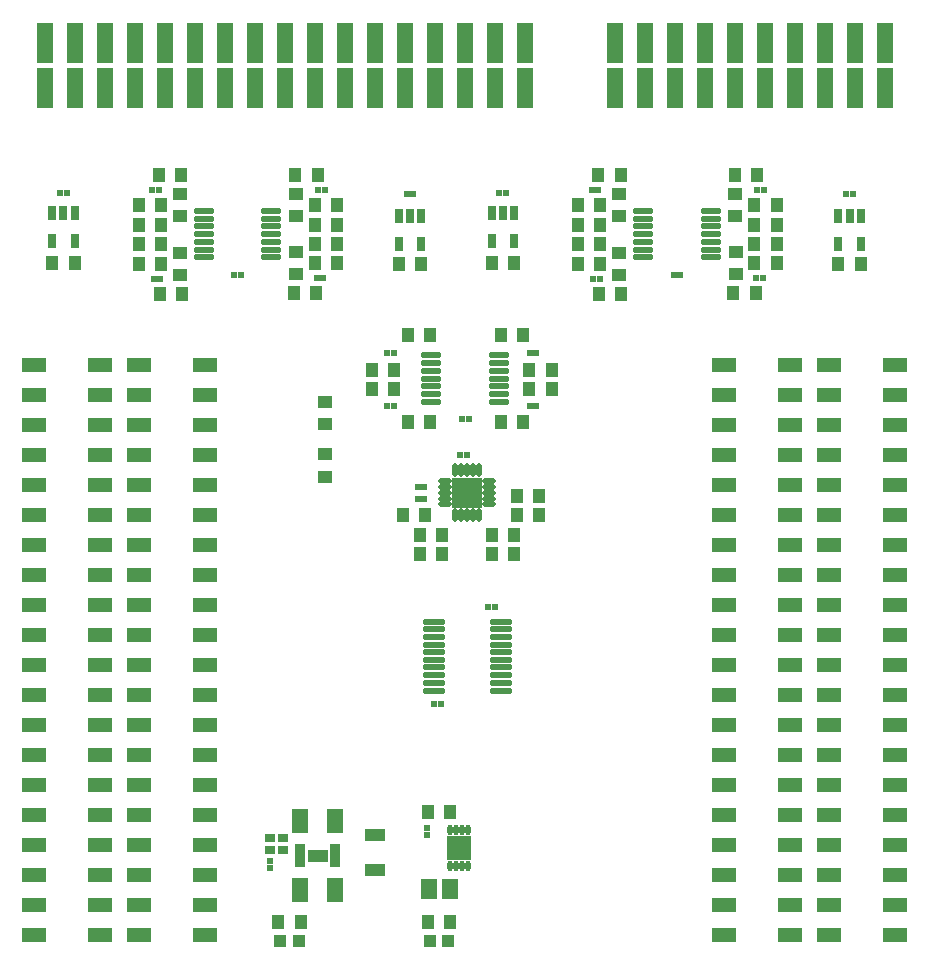
<source format=gts>
%FSLAX23Y23*%
%MOIN*%
G70*
G01*
G75*
G04 Layer_Color=8388736*
%ADD10R,0.050X0.125*%
%ADD11R,0.072X0.039*%
%ADD12O,0.061X0.014*%
%ADD13R,0.024X0.043*%
%ADD14O,0.037X0.010*%
%ADD15O,0.010X0.037*%
%ADD16R,0.094X0.094*%
%ADD17O,0.067X0.014*%
%ADD18O,0.010X0.028*%
%ADD19R,0.075X0.071*%
%ADD20R,0.028X0.012*%
%ADD21R,0.059X0.035*%
%ADD22R,0.035X0.039*%
%ADD23R,0.039X0.035*%
%ADD24R,0.026X0.022*%
%ADD25R,0.031X0.031*%
%ADD26R,0.063X0.031*%
%ADD27R,0.014X0.013*%
%ADD28R,0.045X0.057*%
%ADD29R,0.013X0.014*%
%ADD30R,0.045X0.071*%
%ADD31C,0.010*%
%ADD32C,0.030*%
%ADD33C,0.025*%
%ADD34R,0.101X0.030*%
%ADD35R,0.110X0.070*%
%ADD36R,0.054X0.168*%
%ADD37R,0.032X0.129*%
%ADD38C,0.028*%
%ADD39C,0.030*%
%ADD40C,0.026*%
%ADD41C,0.040*%
%ADD42C,0.048*%
G04:AMPARAMS|DCode=43|XSize=50mil|YSize=50mil|CornerRadius=0mil|HoleSize=0mil|Usage=FLASHONLY|Rotation=0.000|XOffset=0mil|YOffset=0mil|HoleType=Round|Shape=Relief|Width=10mil|Gap=6mil|Entries=4|*
%AMTHD43*
7,0,0,0.050,0.038,0.010,45*
%
%ADD43THD43*%
G04:AMPARAMS|DCode=44|XSize=44.992mil|YSize=44.992mil|CornerRadius=0mil|HoleSize=0mil|Usage=FLASHONLY|Rotation=0.000|XOffset=0mil|YOffset=0mil|HoleType=Round|Shape=Relief|Width=10mil|Gap=6mil|Entries=4|*
%AMTHD44*
7,0,0,0.045,0.033,0.010,45*
%
%ADD44THD44*%
%ADD45C,0.043*%
%ADD46O,0.026X0.010*%
%ADD47O,0.010X0.026*%
%ADD48R,0.102X0.102*%
%ADD49C,0.020*%
%ADD50C,0.024*%
%ADD51C,0.010*%
%ADD52C,0.008*%
%ADD53C,0.004*%
%ADD54C,0.004*%
%ADD55C,0.006*%
%ADD56R,0.750X0.150*%
%ADD57R,0.058X0.133*%
%ADD58R,0.080X0.047*%
%ADD59O,0.069X0.022*%
%ADD60R,0.029X0.048*%
%ADD61O,0.045X0.018*%
%ADD62O,0.018X0.045*%
%ADD63R,0.102X0.102*%
%ADD64O,0.075X0.022*%
%ADD65O,0.018X0.036*%
%ADD66R,0.083X0.079*%
%ADD67R,0.036X0.020*%
%ADD68R,0.067X0.043*%
%ADD69R,0.043X0.047*%
%ADD70R,0.047X0.043*%
%ADD71R,0.034X0.030*%
%ADD72R,0.039X0.039*%
%ADD73R,0.071X0.039*%
%ADD74R,0.022X0.021*%
%ADD75R,0.053X0.065*%
%ADD76R,0.021X0.022*%
%ADD77R,0.053X0.079*%
D57*
X-3400Y1175D02*
D03*
X-3300D02*
D03*
X-3100D02*
D03*
X-3200D02*
D03*
X-2800D02*
D03*
X-2700D02*
D03*
X-2900D02*
D03*
X-3000D02*
D03*
X-2200D02*
D03*
X-2100D02*
D03*
X-1900D02*
D03*
X-2000D02*
D03*
X-2400D02*
D03*
X-2300D02*
D03*
X-2500D02*
D03*
X-2600D02*
D03*
X-1800D02*
D03*
Y1325D02*
D03*
X-2600D02*
D03*
X-2500D02*
D03*
X-2300D02*
D03*
X-2400D02*
D03*
X-2000D02*
D03*
X-1900D02*
D03*
X-2100D02*
D03*
X-2200D02*
D03*
X-3000D02*
D03*
X-2900D02*
D03*
X-2700D02*
D03*
X-2800D02*
D03*
X-3200D02*
D03*
X-3100D02*
D03*
X-3300D02*
D03*
X-3400D02*
D03*
X-1500D02*
D03*
X-1400D02*
D03*
X-1200D02*
D03*
X-1300D02*
D03*
X-900D02*
D03*
X-800D02*
D03*
X-1000D02*
D03*
X-1100D02*
D03*
X-600D02*
D03*
X-700D02*
D03*
Y1175D02*
D03*
X-600D02*
D03*
X-1100D02*
D03*
X-1000D02*
D03*
X-800D02*
D03*
X-900D02*
D03*
X-1300D02*
D03*
X-1200D02*
D03*
X-1400D02*
D03*
X-1500D02*
D03*
D58*
X-3435Y250D02*
D03*
Y150D02*
D03*
Y-50D02*
D03*
Y50D02*
D03*
Y-350D02*
D03*
Y-450D02*
D03*
Y-250D02*
D03*
Y-150D02*
D03*
Y-950D02*
D03*
Y-1050D02*
D03*
Y-1250D02*
D03*
Y-1150D02*
D03*
Y-750D02*
D03*
Y-850D02*
D03*
Y-650D02*
D03*
Y-550D02*
D03*
Y-1550D02*
D03*
Y-1650D02*
D03*
Y-1450D02*
D03*
Y-1350D02*
D03*
X-3215D02*
D03*
Y-1450D02*
D03*
Y-1650D02*
D03*
Y-1550D02*
D03*
Y-550D02*
D03*
Y-650D02*
D03*
Y-850D02*
D03*
Y-750D02*
D03*
Y-1150D02*
D03*
Y-1250D02*
D03*
Y-1050D02*
D03*
Y-950D02*
D03*
Y-150D02*
D03*
Y-250D02*
D03*
Y-450D02*
D03*
Y-350D02*
D03*
Y50D02*
D03*
Y-50D02*
D03*
Y150D02*
D03*
Y250D02*
D03*
X-785D02*
D03*
Y150D02*
D03*
Y-50D02*
D03*
Y50D02*
D03*
Y-350D02*
D03*
Y-450D02*
D03*
Y-250D02*
D03*
Y-150D02*
D03*
Y-950D02*
D03*
Y-1050D02*
D03*
Y-1250D02*
D03*
Y-1150D02*
D03*
Y-750D02*
D03*
Y-850D02*
D03*
Y-650D02*
D03*
Y-550D02*
D03*
Y-1550D02*
D03*
Y-1650D02*
D03*
Y-1450D02*
D03*
Y-1350D02*
D03*
X-565D02*
D03*
Y-1450D02*
D03*
Y-1650D02*
D03*
Y-1550D02*
D03*
Y-550D02*
D03*
Y-650D02*
D03*
Y-850D02*
D03*
Y-750D02*
D03*
Y-1150D02*
D03*
Y-1250D02*
D03*
Y-1050D02*
D03*
Y-950D02*
D03*
Y-150D02*
D03*
Y-250D02*
D03*
Y-450D02*
D03*
Y-350D02*
D03*
Y50D02*
D03*
Y-50D02*
D03*
Y150D02*
D03*
Y250D02*
D03*
X-3085D02*
D03*
Y150D02*
D03*
Y-50D02*
D03*
Y50D02*
D03*
Y-350D02*
D03*
Y-450D02*
D03*
Y-250D02*
D03*
Y-150D02*
D03*
Y-950D02*
D03*
Y-1050D02*
D03*
Y-1250D02*
D03*
Y-1150D02*
D03*
Y-750D02*
D03*
Y-850D02*
D03*
Y-650D02*
D03*
Y-550D02*
D03*
Y-1550D02*
D03*
Y-1650D02*
D03*
Y-1450D02*
D03*
Y-1350D02*
D03*
X-2865D02*
D03*
Y-1450D02*
D03*
Y-1650D02*
D03*
Y-1550D02*
D03*
Y-550D02*
D03*
Y-650D02*
D03*
Y-850D02*
D03*
Y-750D02*
D03*
Y-1150D02*
D03*
Y-1250D02*
D03*
Y-1050D02*
D03*
Y-950D02*
D03*
Y-150D02*
D03*
Y-250D02*
D03*
Y-450D02*
D03*
Y-350D02*
D03*
Y50D02*
D03*
Y-50D02*
D03*
Y150D02*
D03*
Y250D02*
D03*
X-1135D02*
D03*
Y150D02*
D03*
Y-50D02*
D03*
Y50D02*
D03*
Y-350D02*
D03*
Y-450D02*
D03*
Y-250D02*
D03*
Y-150D02*
D03*
Y-950D02*
D03*
Y-1050D02*
D03*
Y-1250D02*
D03*
Y-1150D02*
D03*
Y-750D02*
D03*
Y-850D02*
D03*
Y-650D02*
D03*
Y-550D02*
D03*
Y-1550D02*
D03*
Y-1650D02*
D03*
Y-1450D02*
D03*
Y-1350D02*
D03*
X-915D02*
D03*
Y-1450D02*
D03*
Y-1650D02*
D03*
Y-1550D02*
D03*
Y-550D02*
D03*
Y-650D02*
D03*
Y-850D02*
D03*
Y-750D02*
D03*
Y-1150D02*
D03*
Y-1250D02*
D03*
Y-1050D02*
D03*
Y-950D02*
D03*
Y-150D02*
D03*
Y-250D02*
D03*
Y-450D02*
D03*
Y-350D02*
D03*
Y50D02*
D03*
Y-50D02*
D03*
Y150D02*
D03*
Y250D02*
D03*
D59*
X-1179Y609D02*
D03*
Y635D02*
D03*
Y661D02*
D03*
Y686D02*
D03*
Y712D02*
D03*
Y737D02*
D03*
Y763D02*
D03*
X-1405Y609D02*
D03*
Y635D02*
D03*
Y661D02*
D03*
Y686D02*
D03*
Y712D02*
D03*
Y737D02*
D03*
Y763D02*
D03*
X-2644Y609D02*
D03*
Y635D02*
D03*
Y661D02*
D03*
Y686D02*
D03*
Y712D02*
D03*
Y737D02*
D03*
Y763D02*
D03*
X-2870Y609D02*
D03*
Y635D02*
D03*
Y661D02*
D03*
Y686D02*
D03*
Y712D02*
D03*
Y737D02*
D03*
Y763D02*
D03*
X-2111Y282D02*
D03*
Y256D02*
D03*
Y231D02*
D03*
Y205D02*
D03*
Y179D02*
D03*
Y154D02*
D03*
Y128D02*
D03*
X-1884Y282D02*
D03*
Y256D02*
D03*
Y231D02*
D03*
Y205D02*
D03*
Y179D02*
D03*
Y154D02*
D03*
Y128D02*
D03*
D60*
X-679Y748D02*
D03*
X-717D02*
D03*
X-754D02*
D03*
Y654D02*
D03*
X-679D02*
D03*
X-2144Y748D02*
D03*
X-2182D02*
D03*
X-2219D02*
D03*
Y654D02*
D03*
X-2144D02*
D03*
X-1835Y757D02*
D03*
X-1873D02*
D03*
X-1910D02*
D03*
Y663D02*
D03*
X-1835D02*
D03*
X-3300Y757D02*
D03*
X-3338D02*
D03*
X-3375D02*
D03*
Y663D02*
D03*
X-3300D02*
D03*
D61*
X-2066Y-136D02*
D03*
Y-155D02*
D03*
Y-175D02*
D03*
Y-195D02*
D03*
Y-214D02*
D03*
X-1919D02*
D03*
Y-195D02*
D03*
Y-175D02*
D03*
Y-155D02*
D03*
Y-136D02*
D03*
D62*
X-2032Y-249D02*
D03*
X-2012D02*
D03*
X-1993D02*
D03*
X-1973D02*
D03*
X-1953D02*
D03*
Y-101D02*
D03*
X-1973D02*
D03*
X-1993D02*
D03*
X-2012D02*
D03*
X-2032D02*
D03*
D63*
X-1993Y-175D02*
D03*
D64*
X-2102Y-605D02*
D03*
Y-630D02*
D03*
Y-656D02*
D03*
Y-682D02*
D03*
Y-707D02*
D03*
Y-733D02*
D03*
Y-758D02*
D03*
Y-784D02*
D03*
Y-810D02*
D03*
Y-835D02*
D03*
X-1878Y-605D02*
D03*
Y-630D02*
D03*
Y-656D02*
D03*
Y-682D02*
D03*
Y-707D02*
D03*
Y-733D02*
D03*
Y-758D02*
D03*
Y-784D02*
D03*
Y-810D02*
D03*
Y-835D02*
D03*
D65*
X-2050Y-1419D02*
D03*
X-2030D02*
D03*
X-2010D02*
D03*
X-1990D02*
D03*
Y-1301D02*
D03*
X-2010D02*
D03*
X-2030D02*
D03*
X-2050D02*
D03*
D66*
X-2020Y-1360D02*
D03*
D67*
X-2431Y-1412D02*
D03*
Y-1394D02*
D03*
Y-1376D02*
D03*
Y-1358D02*
D03*
X-2549D02*
D03*
Y-1376D02*
D03*
Y-1394D02*
D03*
Y-1412D02*
D03*
D68*
X-2490Y-1385D02*
D03*
D69*
X-1104Y489D02*
D03*
X-1029D02*
D03*
X-2569D02*
D03*
X-2494D02*
D03*
X-1478Y488D02*
D03*
X-1552D02*
D03*
X-2943D02*
D03*
X-3017D02*
D03*
X-960Y783D02*
D03*
X-1035D02*
D03*
X-2425D02*
D03*
X-2500D02*
D03*
X-1100Y883D02*
D03*
X-1025D02*
D03*
X-2565D02*
D03*
X-2490D02*
D03*
X-1480D02*
D03*
X-1555D02*
D03*
X-2945D02*
D03*
X-3020D02*
D03*
X-1034Y589D02*
D03*
X-959D02*
D03*
X-2499D02*
D03*
X-2424D02*
D03*
X-1622Y588D02*
D03*
X-1548D02*
D03*
X-3087D02*
D03*
X-3013D02*
D03*
X-959Y654D02*
D03*
X-1034D02*
D03*
X-2424D02*
D03*
X-2499D02*
D03*
X-1622Y653D02*
D03*
X-1548D02*
D03*
X-3087D02*
D03*
X-3013D02*
D03*
X-1622Y718D02*
D03*
X-1548D02*
D03*
X-3087D02*
D03*
X-3013D02*
D03*
X-960D02*
D03*
X-1035D02*
D03*
X-2425D02*
D03*
X-2500D02*
D03*
X-1548Y783D02*
D03*
X-1622D02*
D03*
X-3013D02*
D03*
X-3087D02*
D03*
X-2075Y-315D02*
D03*
X-2150D02*
D03*
X-1910D02*
D03*
X-1835D02*
D03*
X-1827Y-250D02*
D03*
X-1753D02*
D03*
X-1805Y60D02*
D03*
X-1880D02*
D03*
X-2115D02*
D03*
X-2190D02*
D03*
X-1710Y170D02*
D03*
X-1785D02*
D03*
X-679Y586D02*
D03*
X-754D02*
D03*
X-2144D02*
D03*
X-2219D02*
D03*
X-2310Y170D02*
D03*
X-2235D02*
D03*
X-2150Y-380D02*
D03*
X-2075D02*
D03*
X-1835Y590D02*
D03*
X-1910D02*
D03*
X-3300D02*
D03*
X-3375D02*
D03*
X-1835Y-380D02*
D03*
X-1910D02*
D03*
X-1753Y-185D02*
D03*
X-1827D02*
D03*
X-2310Y235D02*
D03*
X-2235D02*
D03*
X-1710D02*
D03*
X-1785D02*
D03*
X-1880Y350D02*
D03*
X-1805D02*
D03*
X-2190D02*
D03*
X-2115D02*
D03*
X-2133Y-250D02*
D03*
X-2207D02*
D03*
X-2048Y-1240D02*
D03*
X-2122D02*
D03*
X-2122Y-1605D02*
D03*
X-2048D02*
D03*
X-2621D02*
D03*
X-2546D02*
D03*
D70*
X-1097Y552D02*
D03*
Y626D02*
D03*
X-2562Y552D02*
D03*
Y626D02*
D03*
X-1485Y551D02*
D03*
Y625D02*
D03*
X-2950Y551D02*
D03*
Y625D02*
D03*
X-1098Y746D02*
D03*
Y820D02*
D03*
X-2563Y746D02*
D03*
Y820D02*
D03*
X-1485Y746D02*
D03*
Y820D02*
D03*
X-2950Y746D02*
D03*
Y820D02*
D03*
X-2465Y-122D02*
D03*
Y-48D02*
D03*
Y127D02*
D03*
Y53D02*
D03*
D71*
X-2650Y-1325D02*
D03*
Y-1365D02*
D03*
X-2605Y-1365D02*
D03*
Y-1325D02*
D03*
D72*
X-2054Y-1670D02*
D03*
X-2116D02*
D03*
X-2552D02*
D03*
X-2615D02*
D03*
D73*
X-2300Y-1432D02*
D03*
Y-1318D02*
D03*
D74*
X-1028Y539D02*
D03*
X-1006D02*
D03*
X-2493D02*
D03*
X-2471D02*
D03*
X-1549Y538D02*
D03*
X-1571D02*
D03*
X-3014D02*
D03*
X-3036D02*
D03*
X-1024Y833D02*
D03*
X-1002D02*
D03*
X-2489D02*
D03*
X-2467D02*
D03*
X-1554D02*
D03*
X-1576D02*
D03*
X-3019D02*
D03*
X-3041D02*
D03*
X-1303Y549D02*
D03*
X-1281D02*
D03*
X-2768D02*
D03*
X-2746D02*
D03*
X-728Y821D02*
D03*
X-706D02*
D03*
X-2193D02*
D03*
X-2171D02*
D03*
X-1884Y825D02*
D03*
X-1862D02*
D03*
X-3349D02*
D03*
X-3327D02*
D03*
X-2134Y-155D02*
D03*
X-2156D02*
D03*
X-2134Y-195D02*
D03*
X-2156D02*
D03*
X-1761Y115D02*
D03*
X-1783D02*
D03*
X-2236D02*
D03*
X-2258D02*
D03*
X-1783Y290D02*
D03*
X-1761D02*
D03*
X-2258D02*
D03*
X-2236D02*
D03*
X-1992Y-50D02*
D03*
X-2014D02*
D03*
X-2008Y70D02*
D03*
X-1986D02*
D03*
X-1921Y-555D02*
D03*
X-1899D02*
D03*
X-2101Y-880D02*
D03*
X-2079D02*
D03*
D75*
X-2120Y-1495D02*
D03*
X-2050D02*
D03*
D76*
X-2125Y-1294D02*
D03*
Y-1316D02*
D03*
X-2650Y-1426D02*
D03*
Y-1404D02*
D03*
D77*
X-2431Y-1500D02*
D03*
X-2549D02*
D03*
Y-1270D02*
D03*
X-2431D02*
D03*
M02*

</source>
